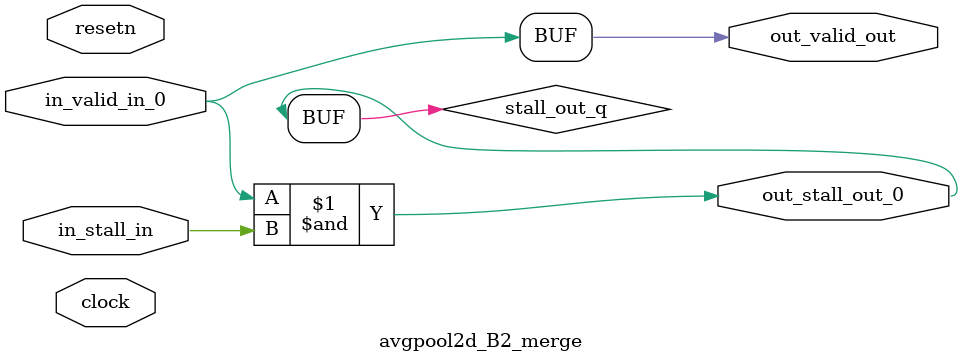
<source format=sv>



(* altera_attribute = "-name AUTO_SHIFT_REGISTER_RECOGNITION OFF; -name MESSAGE_DISABLE 10036; -name MESSAGE_DISABLE 10037; -name MESSAGE_DISABLE 14130; -name MESSAGE_DISABLE 14320; -name MESSAGE_DISABLE 15400; -name MESSAGE_DISABLE 14130; -name MESSAGE_DISABLE 10036; -name MESSAGE_DISABLE 12020; -name MESSAGE_DISABLE 12030; -name MESSAGE_DISABLE 12010; -name MESSAGE_DISABLE 12110; -name MESSAGE_DISABLE 14320; -name MESSAGE_DISABLE 13410; -name MESSAGE_DISABLE 113007; -name MESSAGE_DISABLE 10958" *)
module avgpool2d_B2_merge (
    input wire [0:0] in_stall_in,
    input wire [0:0] in_valid_in_0,
    output wire [0:0] out_stall_out_0,
    output wire [0:0] out_valid_out,
    input wire clock,
    input wire resetn
    );

    wire [0:0] stall_out_q;


    // stall_out(LOGICAL,6)
    assign stall_out_q = in_valid_in_0 & in_stall_in;

    // out_stall_out_0(GPOUT,4)
    assign out_stall_out_0 = stall_out_q;

    // out_valid_out(GPOUT,5)
    assign out_valid_out = in_valid_in_0;

endmodule

</source>
